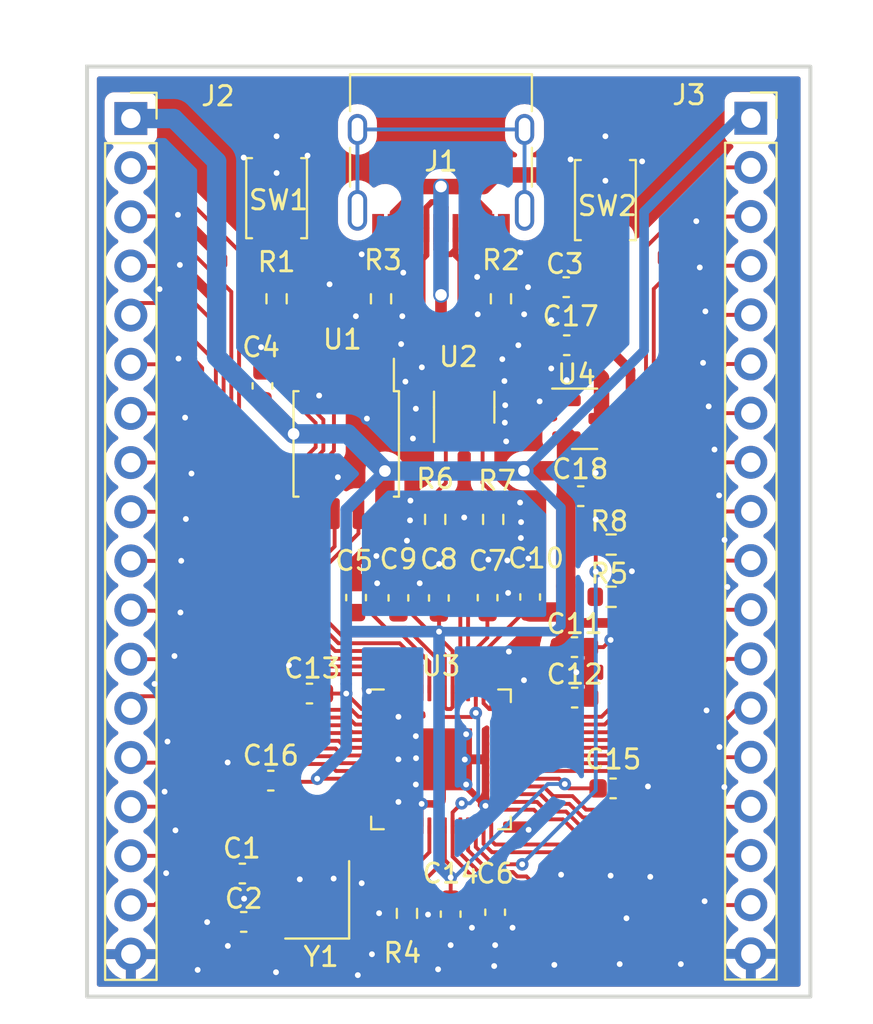
<source format=kicad_pcb>
(kicad_pcb (version 20211014) (generator pcbnew)
  (layers (0 "F.Cu" signal) (31 "B.Cu" signal) (34 "B.Paste" user) (35 "F.Paste" user) (36 "B.SilkS" user "B.Silkscreen") (37 "F.SilkS" user "F.Silkscreen") (38 "B.Mask" user) (39 "F.Mask" user) (44 "Edge.Cuts" user))
  (net 0 "")
  (net 1 "XIN")
  (net 2 "GND")
  (net 3 "+5V")
  (net 4 "+3V3")
  (net 5 "+1V1")
  (net 6 "D+")
  (net 7 "D-")
  (net 10 "unconnected-(J1-PadS1)")
  (net 11 "/GPIO0")
  (net 12 "/GPIO1")
  (net 13 "/GPIO2")
  (net 14 "/GPIO3")
  (net 15 "/GPIO4")
  (net 16 "/GPIO5")
  (net 17 "/GPIO6")
  (net 18 "/GPIO7")
  (net 19 "/GPIO8")
  (net 20 "/GPIO9")
  (net 21 "/GPIO10")
  (net 22 "/GPIO11")
  (net 23 "/GPIO12")
  (net 24 "/GPIO13")
  (net 25 "/GPIO14")
  (net 26 "/GPIO15")
  (net 27 "/GPIO16")
  (net 28 "/GPIO17")
  (net 29 "/GPIO18")
  (net 30 "/GPIO19")
  (net 31 "/GPIO20")
  (net 32 "/GPIO21")
  (net 33 "/GPIO22")
  (net 34 "/GPIO23")
  (net 35 "/GPIO24")
  (net 36 "/GPIO25")
  (net 37 "/GPIO26")
  (net 38 "/GPIO27")
  (net 39 "/GPIO28")
  (net 40 "/GPIO29")
  (net 41 "SWD")
  (net 42 "SWCLK")
  (net 43 "/BOOT")
  (net 44 "QSPI_SS")
  (net 45 "XOUT")
  (net 46 "USB_DP")
  (net 47 "QSPI_SD1")
  (net 48 "QSPI_SD2")
  (net 49 "QSPI_SD0")
  (net 50 "QSPI_SCLK")
  (net 51 "QSPI_SD3")
  (net 52 "/DP")
  (net 53 "USB_DN")
  (net 54 "/DN")
  (net 55 "/CC1")
  (net 56 "/CC2")
  (net 57 "RUN")
  (net 58 "/RESET")
  (net 59 "/CrysOut")
  (footprint "Capacitor_SMD:C_0603_1608Metric" (layer "F.Cu") (at 134.81 47.04 -90)
    (fp_text reference "C5")
    (fp_text value "1uF")
  )
  (footprint "Capacitor_SMD:C_0603_1608Metric" (layer "F.Cu") (at 141.61 47.045 -90)
    (fp_text reference "C7")
    (fp_text value "1uF")
  )
  (footprint "Package_TO_SOT_SMD:SOT-23" (layer "F.Cu") (at 146.625 37.8)
    (fp_text reference "U4")
    (fp_text value "XC6206PxxxMR")
  )
  (footprint "Capacitor_SMD:C_0603_1608Metric" (layer "F.Cu") (at 146.1 49.6 180)
    (fp_text reference "C11")
    (fp_text value "1uF")
  )
  (footprint "Capacitor_SMD:C_0603_1608Metric" (layer "F.Cu") (at 130.4 56.5)
    (fp_text reference "C16")
    (fp_text value "1uF")
  )
  (footprint "Capacitor_SMD:C_0603_1608Metric" (layer "F.Cu") (at 137 47.055 -90)
    (fp_text reference "C9")
    (fp_text value "1uF")
  )
  (footprint "Resistor_SMD:R_0603_1608Metric" (layer "F.Cu") (at 130.7 31.6 -90)
    (fp_text reference "R1")
    (fp_text value "1k")
  )
  (footprint "Capacitor_SMD:C_0603_1608Metric" (layer "F.Cu") (at 129 63.8 180)
    (fp_text reference "C2")
    (fp_text value "22pF")
  )
  (footprint "Capacitor_SMD:C_0603_1608Metric" (layer "F.Cu") (at 139.09 47.06 -90)
    (fp_text reference "C8")
    (fp_text value "1uF")
  )
  (footprint "Connector_PinSocket_2.54mm:PinSocket_1x18_P2.54mm_Vertical" (layer "F.Cu") (at 123.165 22.285)
    (fp_text reference "J2")
    (fp_text value "Conn_01x18")
  )
  (footprint "Package_TO_SOT_SMD:SOT-23-6" (layer "F.Cu") (at 140.4 37.2 90)
    (fp_text reference "U2")
    (fp_text value "USBLC6-2SC6")
  )
  (footprint "Button_Switch_SMD:SW_Push_SPST_NO_Alps_SKRK" (layer "F.Cu") (at 147.7 26.5 -90)
    (fp_text reference "SW2")
    (fp_text value "SW_Push")
  )
  (footprint "Resistor_SMD:R_0603_1608Metric" (layer "F.Cu") (at 148 44.3 180)
    (fp_text reference "R8")
    (fp_text value "1k")
  )
  (footprint "Capacitor_SMD:C_0603_1608Metric" (layer "F.Cu") (at 128.93 61.3 180)
    (fp_text reference "C1")
    (fp_text value "22pF")
  )
  (footprint "Capacitor_SMD:C_0603_1608Metric" (layer "F.Cu") (at 146.11 52.21 180)
    (fp_text reference "C12")
    (fp_text value "1uF")
  )
  (footprint "Crystal:Crystal_SMD_3225-4Pin_3.2x2.5mm" (layer "F.Cu") (at 132.8 62.66 90)
    (fp_text reference "Y1")
    (fp_text value "Crystal_GND23")
  )
  (footprint "Capacitor_SMD:C_0603_1608Metric" (layer "F.Cu") (at 143.81 47.01 -90)
    (fp_text reference "C10")
    (fp_text value "1uF")
  )
  (footprint "Resistor_SMD:R_0603_1608Metric" (layer "F.Cu") (at 138.9 43 -90)
    (fp_text reference "R6")
    (fp_text value "27")
  )
  (footprint "Capacitor_SMD:C_0603_1608Metric" (layer "F.Cu") (at 142 63.3 90)
    (fp_text reference "C6")
    (fp_text value "1uF")
  )
  (footprint "Package_DFN_QFN:QFN-56-1EP_7x7mm_P0.4mm_EP3.2x3.2mm" (layer "F.Cu") (at 139.2 55.4)
    (fp_text reference "U3")
    (fp_text value "RP2040")
  )
  (footprint "Resistor_SMD:R_0603_1608Metric" (layer "F.Cu") (at 148 47)
    (fp_text reference "R5")
    (fp_text value "1k")
  )
  (footprint "Resistor_SMD:R_0603_1608Metric" (layer "F.Cu") (at 141.9 43 -90)
    (fp_text reference "R7")
    (fp_text value "27")
  )
  (footprint "Capacitor_SMD:C_0603_1608Metric" (layer "F.Cu") (at 129.97 36.1 -90)
    (fp_text reference "C4")
    (fp_text value "1uF")
  )
  (footprint "Package_SO:SOIC-8_5.23x5.23mm_P1.27mm" (layer "F.Cu") (at 134.3 39.1 -90)
    (fp_text reference "U1")
    (fp_text value "W25Q128JVS")
  )
  (footprint "Resistor_SMD:R_0603_1608Metric" (layer "F.Cu") (at 136.1 31.6 -90)
    (fp_text reference "R3")
    (fp_text value "5k1")
  )
  (footprint "Connector_PinSocket_2.54mm:PinSocket_1x18_P2.54mm_Vertical" (layer "F.Cu") (at 155.22 22.27)
    (fp_text reference "J3")
    (fp_text value "Conn_01x18")
  )
  (footprint "Capacitor_SMD:C_0603_1608Metric" (layer "F.Cu") (at 146.425 41.8 180)
    (fp_text reference "C18")
    (fp_text value "1uF")
  )
  (footprint "Capacitor_SMD:C_0603_1608Metric" (layer "F.Cu") (at 145.7 34)
    (fp_text reference "C17")
    (fp_text value "1uF")
  )
  (footprint "Capacitor_SMD:C_0603_1608Metric" (layer "F.Cu") (at 145.675 31)
    (fp_text reference "C3")
    (fp_text value "10uF")
  )
  (footprint "Button_Switch_SMD:SW_Push_SPST_NO_Alps_SKRK" (layer "F.Cu") (at 130.7 26.4 -90)
    (fp_text reference "SW1")
    (fp_text value "SW_Push")
  )
  (footprint "Resistor_SMD:R_0603_1608Metric" (layer "F.Cu") (at 137.44 63.36 90)
    (fp_text reference "R4")
    (fp_text value "1k")
  )
  (footprint "Capacitor_SMD:C_0603_1608Metric" (layer "F.Cu") (at 139.7 63.4 90)
    (fp_text reference "C14")
    (fp_text value "1uF")
  )
  (footprint "Resistor_SMD:R_0603_1608Metric" (layer "F.Cu") (at 142.3 31.6 90)
    (fp_text reference "R2")
    (fp_text value "5k1")
  )
  (footprint "Connector_USB:USB_C_Receptacle_HRO_TYPE-C-31-M-12" (layer "F.Cu") (at 139.2 23.9 180)
    (fp_text reference "J1")
    (fp_text value "USB_C_Receptacle_USB2.0")
  )
  (footprint "Capacitor_SMD:C_0603_1608Metric" (layer "F.Cu") (at 132.4 52)
    (fp_text reference "C13")
    (fp_text value "1uF")
  )
  (footprint "Capacitor_SMD:C_0603_1608Metric" (layer "F.Cu") (at 148.1 56.9 180)
    (fp_text reference "C15")
    (fp_text value "1uF")
  )
  (gr_rect (start 120.9 19.6) (end 158.3 67.66) (layer "Edge.Cuts") (width 0.2) (fill none))
  (segment (start 130.44 61.3) (end 129.705 61.3) (width 0.2) (layer "F.Cu") (net 1))
  (segment (start 133.31 62.58) (end 132.31 62.58) (width 0.2) (layer "F.Cu") (net 1))
  (segment (start 132.31 62.58) (end 131.95 62.94) (width 0.2) (layer "F.Cu") (net 1))
  (segment (start 137.4 61.4) (end 136.76 61.4) (width 0.2) (layer "F.Cu") (net 1))
  (segment (start 133.31 62.58) (end 130.98 62.58) (width 0.2) (layer "F.Cu") (net 1))
  (segment (start 135.58 62.58) (end 133.31 62.58) (width 0.2) (layer "F.Cu") (net 1))
  (segment (start 138.6 58.8375) (end 138.6 60.2) (width 0.2) (layer "F.Cu") (net 1))
  (segment (start 130.77 61.63) (end 130.44 61.3) (width 0.2) (layer "F.Cu") (net 1))
  (segment (start 136.76 61.4) (end 135.58 62.58) (width 0.2) (layer "F.Cu") (net 1))
  (segment (start 130.98 62.58) (end 130.77 62.37) (width 0.2) (layer "F.Cu") (net 1))
  (segment (start 131.95 62.94) (end 131.95 63.76) (width 0.2) (layer "F.Cu") (net 1))
  (segment (start 130.77 62.37) (end 130.77 61.63) (width 0.2) (layer "F.Cu") (net 1))
  (segment (start 138.6 60.2) (end 137.4 61.4) (width 0.2) (layer "F.Cu") (net 1))
  (segment (start 140.5 56.8) (end 141.5 57.8) (width 0.35) (layer "F.Cu") (net 2))
  (segment (start 146.2 50.9) (end 146.885 51.585) (width 0.35) (layer "F.Cu") (net 2))
  (segment (start 140.4 42.9) (end 140.4 38.3375) (width 0.2) (layer "F.Cu") (net 2))
  (segment (start 137.9 54.2) (end 137.9 54.1) (width 0.35) (layer "F.Cu") (net 2))
  (segment (start 148.975 56.8) (end 148.875 56.9) (width 0.35) (layer "F.Cu") (net 2))
  (segment (start 142.45 28.92) (end 142.45 27.945) (width 0.35) (layer "F.Cu") (net 2))
  (segment (start 137.9 56.7) (end 137 57.6) (width 0.35) (layer "F.Cu") (net 2))
  (segment (start 137.9 54.2) (end 137.9 54.5) (width 0.35) (layer "F.Cu") (net 2))
  (segment (start 135.57 29.3) (end 135.95 28.92) (width 0.35) (layer "F.Cu") (net 2))
  (segment (start 135.865 46.265) (end 135.9 46.3) (width 0.35) (layer "F.Cu") (net 2))
  (segment (start 135.1 29.3) (end 135.57 29.3) (width 0.35) (layer "F.Cu") (net 2))
  (segment (start 133.89 61.8) (end 133.65 61.56) (width 0.35) (layer "F.Cu") (net 2))
  (segment (start 128.76 56.5) (end 129.625 56.5) (width 0.35) (layer "F.Cu") (net 2))
  (segment (start 142.3 33.8) (end 142.3 32.425) (width 0.2) (layer "F.Cu") (net 2))
  (segment (start 137.9 54.5) (end 137 55.4) (width 0.35) (layer "F.Cu") (net 2))
  (segment (start 138.1 46.3) (end 137.275 46.3) (width 0.35) (layer "F.Cu") (net 2))
  (segment (start 132.9 36.6) (end 132.9 36.005) (width 0.35) (layer "F.Cu") (net 2))
  (segment (start 137.9 54.1) (end 137 53.2) (width 0.35) (layer "F.Cu") (net 2))
  (segment (start 139.025 46.3) (end 139.1 46.225) (width 0.35) (layer "F.Cu") (net 2))
  (segment (start 147.97 49.23) (end 147.6 49.6) (width 0.2) (layer "F.Cu") (net 2))
  (segment (start 140.5 56.7) (end 140.5 56.8) (width 0.35) (layer "F.Cu") (net 2))
  (segment (start 135.95 28.92) (end 135.95 27.945) (width 0.35) (layer "F.Cu") (net 2))
  (segment (start 128.17 55.91) (end 128.76 56.5) (width 0.35) (layer "F.Cu") (net 2))
  (segment (start 142.5 34) (end 142.3 33.8) (width 0.2) (layer "F.Cu") (net 2))
  (segment (start 136.725 46.3) (end 137 46.025) (width 0.35) (layer "F.Cu") (net 2))
  (segment (start 146.875 49.6) (end 146.875 50.225) (width 0.35) (layer "F.Cu") (net 2))
  (segment (start 128.17 55.56) (end 128.17 55.91) (width 0.35) (layer "F.Cu") (net 2))
  (segment (start 132.9 36.005) (end 132.395 35.5) (width 0.35) (layer "F.Cu") (net 2))
  (segment (start 142.73 29.2) (end 142.45 28.92) (width 0.35) (layer "F.Cu") (net 2))
  (segment (start 143.2 34) (end 142.5 34) (width 0.2) (layer "F.Cu") (net 2))
  (segment (start 134.81 46.265) (end 135.865 46.265) (width 0.35) (layer "F.Cu") (net 2))
  (segment (start 143.2 34) (end 144.925 34) (width 0.2) (layer "F.Cu") (net 2))
  (segment (start 146.885 51.585) (end 146.885 52.21) (width 0.35) (layer "F.Cu") (net 2))
  (segment (start 138.1 46.3) (end 139.025 46.3) (width 0.35) (layer "F.Cu") (net 2))
  (segment (start 146.875 50.225) (end 146.2 50.9) (width 0.35) (layer "F.Cu") (net 2))
  (segment (start 135.9 46.3) (end 136.725 46.3) (width 0.35) (layer "F.Cu") (net 2))
  (segment (start 137.275 46.3) (end 137 46.025) (width 0.35) (layer "F.Cu") (net 2))
  (segment (start 149.9 56.8) (end 148.975 56.8) (width 0.35) (layer "F.Cu") (net 2))
  (segment (start 135.1 61.8) (end 133.89 61.8) (width 0.35) (layer "F.Cu") (net 2))
  (segment (start 146.885 52.21) (end 147.065 52.21) (width 0.35) (layer "F.Cu") (net 2))
  (segment (start 138.2 57.7) (end 138.2 58.8375) (width 0.2) (layer "F.Cu") (net 2))
  (segment (start 143.3 29.2) (end 142.73 29.2) (width 0.35) (layer "F.Cu") (net 2))
  (segment (start 147.6 49.6) (end 146.875 49.6) (width 0.2) (layer "F.Cu") (net 2))
  (via (at 142.37 34.72) (size 0.65) (drill 0.3) (layers "F.Cu" "B.Cu") (net 2))
  (via (at 152.93 52.87) (size 0.65) (drill 0.3) (layers "F.Cu" "B.Cu") (net 2))
  (via (at 139.1 45.3) (size 0.65) (drill 0.3) (layers "F.Cu" "B.Cu") (net 2))
  (via (at 153.58 41.76) (size 0.65) (drill 0.3) (layers "F.Cu" "B.Cu") (net 2))
  (via (at 137.62 42.03) (size 0.65) (drill 0.3) (layers "F.Cu" "B.Cu") (net 2))
  (via (at 134.9 66.55) (size 0.65) (drill 0.3) (layers "F.Cu" "B.Cu") (net 2))
  (via (at 139.7 65) (size 0.65) (drill 0.3) (layers "F.Cu" "B.Cu") (net 2))
  (via (at 148.44 65.98) (size 0.65) (drill 0.3) (layers "F.Cu" "B.Cu") (net 2))
  (via (at 141.07 30.47) (size 0.65) (drill 0.3) (layers "F.Cu" "B.Cu") (net 2))
  (via (at 153.34 39.39) (size 0.65) (drill 0.3) (layers "F.Cu" "B.Cu") (net 2))
  (via (at 151.6 65.98) (size 0.65) (drill 0.3) (layers "F.Cu" "B.Cu") (net 2))
  (via (at 152.75 34.91) (size 0.65) (drill 0.3) (layers "F.Cu" "B.Cu") (net 2))
  (via (at 141.65 45.08) (size 0.65) (drill 0.3) (layers "F.Cu" "B.Cu") (net 2))
  (via (at 153.596954 54.761719) (size 0.65) (drill 0.3) (layers "F.Cu" "B.Cu") (net 2))
  (via (at 142.5 38) (size 0.65) (drill 0.3) (layers "F.Cu" "B.Cu") (net 2))
  (via (at 124.91 57.07) (size 0.65) (drill 0.3) (layers "F.Cu" "B.Cu") (net 2))
  (via (at 143.3 29.2) (size 0.65) (drill 0.3) (layers "F.Cu" "B.Cu") (net 2))
  (via (at 125.06 54.48) (size 0.65) (drill 0.3) (layers "F.Cu" "B.Cu") (net 2))
  (via (at 152.4 27.59) (size 0.65) (drill 0.3) (layers "F.Cu" "B.Cu") (net 2))
  (via (at 125.42 50.06) (size 0.65) (drill 0.3) (layers "F.Cu" "B.Cu") (net 2))
  (via (at 127.11 63.81) (size 0.65) (drill 0.3) (layers "F.Cu" "B.Cu") (net 2))
  (via (at 137.6 43.05) (size 0.65) (drill 0.3) (layers "F.Cu" "B.Cu") (net 2))
  (via (at 132.3 24.2) (size 0.65) (drill 0.3) (layers "F.Cu" "B.Cu") (net 2))
  (via (at 141.1 32.4) (size 0.65) (drill 0.3) (layers "F.Cu" "B.Cu") (net 2))
  (via (at 137 53.2) (size 0.65) (drill 0.3) (layers "F.Cu" "B.Cu") (net 2))
  (via (at 152.58 29.98) (size 0.65) (drill 0.3) (layers "F.Cu" "B.Cu") (net 2))
  (via (at 125.77 45.14) (size 0.65) (drill 0.3) (layers "F.Cu" "B.Cu") (net 2))
  (via (at 149.07 45.68) (size 0.65) (drill 0.3) (layers "F.Cu" "B.Cu") (net 2))
  (via (at 126.62 66.28) (size 0.65) (drill 0.3) (layers "F.Cu" "B.Cu") (net 2))
  (via (at 144.9 32.7) (size 0.65) (drill 0.3) (layers "F.Cu" "B.Cu") (net 2))
  (via (at 142 65) (size 0.65) (drill 0.3) (layers "F.Cu" "B.Cu") (net 2))
  (via (at 137.14 33.94) (size 0.65) (drill 0.3) (layers "F.Cu" "B.Cu") (net 2))
  (via (at 144.9 35.2) (size 0.65) (drill 0.3) (layers "F.Cu" "B.Cu") (net 2))
  (via (at 125.471161 59.067643) (size 0.65) (drill 0.3) (layers "F.Cu" "B.Cu") (net 2))
  (via (at 137.75 38.82) (size 0.65) (drill 0.3) (layers "F.Cu" "B.Cu") (net 2))
  (via (at 137.9 37.28) (size 0.65) (drill 0.3) (layers "F.Cu" "B.Cu") (net 2))
  (via (at 124.99 61.28) (size 0.65) (drill 0.3) (layers "F.Cu" "B.Cu") (net 2))
  (via (at 143.2 34) (size 0.65) (drill 0.3) (layers "F.Cu" "B.Cu") (net 2))
  (via (at 137.9 56.7) (size 0.65) (drill 0.3) (layers "F.Cu" "B.Cu") (net 2))
  (via (at 140.4 42.9) (size 0.65) (drill 0.3) (layers "F.Cu" "B.Cu") (net 2))
  (via (at 143.33 43.96) (size 0.65) (drill 0.3) (layers "F.Cu" "B.Cu") (net 2))
  (via (at 135.9 46.3) (size 0.65) (drill 0.3) (layers "F.Cu" "B.Cu") (net 2))
  (via (at 124.65 31.1) (size 0.65) (drill 0.3) (layers "F.Cu" "B.Cu") (net 2))
  (via (at 129.9 34.1) (size 0.65) (drill 0.3) (layers "F.Cu" "B.Cu") (net 2))
  (via (at 146.2 50.9) (size 0.65) (drill 0.3) (layers "F.Cu" "B.Cu") (net 2))
  (via (at 133.65 61.56) (size 0.65) (drill 0.3) (layers "F.Cu" "B.Cu") (net 2))
  (via (at 138.21 35.14) (size 0.65) (drill 0.3) (layers "F.Cu" "B.Cu") (net 2))
  (via (at 129.02 62.6) (size 0.65) (drill 0.3) (layers "F.Cu" "B.Cu") (net 2))
  (via (at 147.7 23.2) (size 0.65) (drill 0.3) (layers "F.Cu" "B.Cu") (net 2))
  (via (at 147.97 61.41) (size 0.65) (drill 0.3) (layers "F.Cu" "B.Cu") (net 2))
  (via (at 152.83 62.73) (size 0.65) (drill 0.3) (layers "F.Cu" "B.Cu") (net 2))
  (via (at 147.2 40.6) (size 0.65) (drill 0.3) (layers "F.Cu" "B.Cu") (net 2))
  (via (at 137.25 30.25) (size 0.65) (drill 0.3) (layers "F.Cu" "B.Cu") (net 2))
  (via (at 145.7 35.8) (size 0.65) (drill 0.3) (layers "F.Cu" "B.Cu") (net 2))
  (via (at 143.73 59.04) (size 0.65) (drill 0.3) (layers "F.Cu" "B.Cu") (net 2))
  (via (at 149.6 24.5) (size 0.65) (drill 0.3) (layers "F.Cu" "B.Cu") (net 2))
  (via (at 125.97 37.74) (size 0.65) (drill 0.3) (layers "F.Cu" "B.Cu") (net 2))
  (via (at 138.53 63.42) (size 0.65) (drill 0.3) (layers "F.Cu" "B.Cu") (net 2))
  (via (at 125.6 27.26) (size 0.65) (drill 0.3) (layers "F.Cu" "B.Cu") (net 2))
  (via (at 147.7 25.5) (size 0.65) (drill 0.3) (layers "F.Cu" "B.Cu") (net 2))
  (via (at 145.06 66.02) (size 0.65) (drill 0.3) (layers "F.Cu" "B.Cu") (net 2))
  (via (at 142.67 46.8) (size 0.65) (drill 0.3) (layers "F.Cu" "B.Cu") (net 2))
  (via (at 142.63 45.12) (size 0.65) (drill 0.3) (layers "F.Cu" "B.Cu") (net 2))
  (via (at 134.8 32.5) (size 0.65) (drill 0.3) (layers "F.Cu" "B.Cu") (net 2))
  (via (at 148.79 63.61) (size 0.65) (drill 0.3) (layers "F.Cu" "B.Cu") (net 2))
  (via (at 141.5 57.8) (size 0.65) (drill 0.3) (layers "F.Cu" "B.Cu") (net 2))
  (via (at 153.85 56.83) (size 0.65) (drill 0.3) (layers "F.Cu" "B.Cu") (net 2))
  (via (at 144.3 36.9) (size 0.65) (drill 0.3) (layers "F.Cu" "B.Cu") (net 2))
  (via (at 137 55.4) (size 0.65) (drill 0.3) (layers "F.Cu" "B.Cu") (net 2))
  (via (at 140.5 56.7) (size 0.65) (drill 0.3) (layers "F.Cu" "B.Cu") (net 2))
  (via (at 133.87 40.82) (size 0.65) (drill 0.3) (layers "F.Cu" "B.Cu") (net 2))
  (via (at 153.86 44.06) (size 0.65) (drill 0.3) (layers "F.Cu" "B.Cu") (net 2))
  (via (at 133.44 30.85) (size 0.65) (drill 0.3) (layers "F.Cu" "B.Cu") (net 2))
  (via (at 143.7 31) (size 0.65) (drill 0.3) (layers "F.Cu" "B.Cu") (net 2))
  (via (at 149.9 56.8) (size 0.65) (drill 0.3) (layers "F.Cu" "B.Cu") (net 2))
  (via (at 154.01 46.49) (size 0.65) (drill 0.3) (layers "F.Cu" "B.Cu") (net 2))
  (via (at 138.1 46.3) (size 0.65) (drill 0.3) (layers "F.Cu" "B.Cu") (net 2))
  (via (at 124.39 51.5) (size 0.65) (drill 0.3) (layers "F.Cu" "B.Cu") (net 2))
  (via (at 140.8 64.1) (size 0.65) (drill 0.3) (layers "F.Cu" "B.Cu") (net 2))
  (via (at 137.9 54.2) (size 0.65) (drill 0.3) (layers "F.Cu" "B.Cu") (net 2))
  (via (at 128.18 65.04) (size 0.65) (drill 0.3) (layers "F.Cu" "B.Cu") (net 2))
  (via (at 143.29 42.13) (size 0.65) (drill 0.3) (layers "F.Cu" "B.Cu") (net 2))
  (via (at 138.2 57.7) (size 0.65) (drill 0.3) (layers "F.Cu" "B.Cu") (net 2))
  (via (at 135.1 61.8) (size 0.65) (drill 0.3) (layers "F.Cu" "B.Cu") (net 2))
  (via (at 142.52 37.1) (size 0.65) (drill 0.3) (layers "F.Cu" "B.Cu") (net 2))
  (via (at 137 57.6) (size 0.65) (drill 0.3) (layers "F.Cu" "B.Cu") (net 2))
  (via (at 137.91 55.34) (size 0.65) (drill 0.3) (layers "F.Cu" "B.Cu") (net 2))
  (via (at 126.01 42.98) (size 0.65) (drill 0.3) (layers "F.Cu" "B.Cu") (net 2))
  (via (at 147.97 49.23) (size 0.65) (drill 0.3) (layers "F.Cu" "B.Cu") (net 2))
  (via (at 131.9 61.6) (size 0.65) (drill 0.3) (layers "F.Cu" "B.Cu") (net 2))
  (via (at 139.05 66.25) (size 0.65) (drill 0.3) (layers "F.Cu" "B.Cu") (net 2))
  (via (at 145.9 24.4) (size 0.65) (drill 0.3) (layers "F.Cu" "B.Cu") (net 2))
  (via (at 137.44 44.1) (size 0.65) (drill 0.3) (layers "F.Cu" "B.Cu") (net 2))
  (via (at 126.3 40.63) (size 0.65) (drill 0.3) (layers "F.Cu" "B.Cu") (net 2))
  (via (at 135.37 37.79) (size 0.65) (drill 0.3) (layers "F.Cu" "B.Cu") (net 2))
  (via (at 131.34 50.54) (size 0.65) (drill 0.3) (layers "F.Cu" "B.Cu") (net 2))
  (via (at 152.87 32.25) (size 0.65) (drill 0.3) (layers "F.Cu" "B.Cu") (net 2))
  (via (at 142.71 49.83) (size 0.65) (drill 0.3) (layers "F.Cu" "B.Cu") (net 2))
  (via (at 130.7 25.1) (size 0.65) (drill 0.3) (layers "F.Cu" "B.Cu") (net 2))
  (via (at 140.43 55.41) (size 0.65) (drill 0.3) (layers "F.Cu" "B.Cu") (net 2))
  (via (at 125.73 47.81) (size 0.65) (drill 0.3) (layers "F.Cu" "B.Cu") (net 2))
  (via (at 130.7 23.2) (size 0.65) (drill 0.3) (layers "F.Cu" "B.Cu") (net 2))
  (via (at 141.95 66.08) (size 0.65) (drill 0.3) (layers "F.Cu" "B.Cu") (net 2))
  (via (at 143.49 51.31) (size 0.65) (drill 0.3) (layers "F.Cu" "B.Cu") (net 2))
  (via (at 153.04 37.16) (size 0.65) (drill 0.3) (layers "F.Cu" "B.Cu") (net 2))
  (via (at 150.02 61.47) (size 0.65) (drill 0.3) (layers "F.Cu" "B.Cu") (net 2))
  (via (at 135.47 51.88) (size 0.65) (drill 0.3) (layers "F.Cu" "B.Cu") (net 2))
  (via (at 135.86 44.89) (size 0.65) (drill 0.3) (layers "F.Cu" "B.Cu") (net 2))
  (via (at 142.57 38.97) (size 0.65) (drill 0.3) (layers "F.Cu" "B.Cu") (net 2))
  (via (at 128.17 55.56) (size 0.65) (drill 0.3) (layers "F.Cu" "B.Cu") (net 2))
  (via (at 145.41 61.36) (size 0.65) (drill 0.3) (layers "F.Cu" "B.Cu") (net 2))
  (via (at 137.36 35.88) (size 0.65) (drill 0.3) (layers "F.Cu" "B.Cu") (net 2))
  (via (at 137.2 32.5) (size 0.65) (drill 0.3) (layers "F.Cu" "B.Cu") (net 2))
  (via (at 125.63 34.69) (size 0.65) (drill 0.3) (layers "F.Cu" "B.Cu") (net 2))
  (via (at 130.67 66.4) (size 0.65) (drill 0.3) (layers "F.Cu" "B.Cu") (net 2))
  (via (at 125.7 29.85) (size 0.65) (drill 0.3) (layers "F.Cu" "B.Cu") (net 2))
  (via (at 142.9 64.1) (size 0.65) (drill 0.3) (layers "F.Cu" "B.Cu") (net 2))
  (via (at 135.1 29.3) (size 0.65) (drill 0.3) (layers "F.Cu" "B.Cu") (net 2))
  (via (at 136 63.35) (size 0.65) (drill 0.3) (layers "F.Cu" "B.Cu") (net 2))
  (via (at 132.9 36.6) (size 0.65) (drill 0.3) (layers "F.Cu" "B.Cu") (net 2))
  (via (at 129 24.3) (size 0.65) (drill 0.3) (layers "F.Cu" "B.Cu") (net 2))
  (via (at 147.2 43) (size 0.65) (drill 0.3) (layers "F.Cu" "B.Cu") (net 2))
  (via (at 143.5 32.4) (size 0.65) (drill 0.3) (layers "F.Cu" "B.Cu") (net 2))
  (via (at 142.48 35.85) (size 0.65) (drill 0.3) (layers "F.Cu" "B.Cu") (net 2))
  (via (at 140.5 54.1) (size 0.65) (drill 0.3) (layers "F.Cu" "B.Cu") (net 2))
  (via (at 143.72 45.02) (size 0.65) (drill 0.3) (layers "F.Cu" "B.Cu") (net 2))
  (via (at 143.34 43.14) (size 0.65) (drill 0.3) (layers "F.Cu" "B.Cu") (net 2))
  (via (at 135.63 65.47) (size 0.65) (drill 0.3) (layers "F.Cu" "B.Cu") (net 2))
  (segment (start 134.8 37.22) (end 135.37 37.79) (width 0.35) (layer "B.Cu") (net 2))
  (segment (start 134.18 36.6) (end 135.37 37.79) (width 0.35) (layer "B.Cu") (net 2))
  (segment (start 134.8 32.5) (end 134.8 37.22) (width 0.35) (layer "B.Cu") (net 2))
  (segment (start 132.9 36.6) (end 134.18 36.6) (width 0.35) (layer "B.Cu") (net 2))
  (segment (start 135.1 64.94) (end 135.63 65.47) (width 0.35) (layer "B.Cu") (net 2))
  (segment (start 135.1 59.5) (end 135.1 61.8) (width 0.35) (layer "B.Cu") (net 2))
  (segment (start 137 57.6) (end 135.1 59.5) (width 0.35) (layer "B.Cu") (net 2))
  (segment (start 135.1 61.8) (end 135.1 64.94) (width 0.35) (layer "B.Cu") (net 2))
  (segment (start 145.3 29.1) (end 146.45 30.25) (width 0.8) (layer "F.Cu") (net 3))
  (segment (start 140.293982 25.8) (end 140 25.8) (width 0.4) (layer "F.Cu") (net 3))
  (segment (start 136.75 27.945) (end 136.75 27.17) (width 0.4) (layer "F.Cu") (net 3))
  (segment (start 147.5 37.7375) (end 147.5625 37.8) (width 0.8) (layer "F.Cu") (net 3))
  (segment (start 141.65 27.156018) (end 141.65 27.945) (width 0.4) (layer "F.Cu") (net 3))
  (segment (start 139.2005 33.5005) (end 140.4 34.7) (width 0.6) (layer "F.Cu") (net 3))
  (segment (start 142 25.2) (end 144.7 25.2) (width 0.8) (layer "F.Cu") (net 3))
  (segment (start 146.475 34.675) (end 147.5 35.7) (width 0.8) (layer "F.Cu") (net 3))
  (segment (start 144.7 25.2) (end 145.3 25.8) (width 0.8) (layer "F.Cu") (net 3))
  (segment (start 145.3 25.8) (end 145.3 29.1) (width 0.8) (layer "F.Cu") (net 3))
  (segment (start 146.45 33.975) (end 146.475 34) (width 0.8) (layer "F.Cu") (net 3))
  (segment (start 140.4 34.7) (end 140.4 36.0625) (width 0.6) (layer "F.Cu") (net 3))
  (segment (start 147.5 35.7) (end 147.5 37.7375) (width 0.8) (layer "F.Cu") (net 3))
  (segment (start 136.75 27.17) (end 138.12 25.8) (width 0.4) (layer "F.Cu") (net 3))
  (segment (start 140 25.8) (end 141.4 25.8) (width 0.8) (layer "F.Cu") (net 3))
  (segment (start 141.65 27.156018) (end 140.293982 25.8) (width 0.4) (layer "F.Cu") (net 3))
  (segment (start 141.4 25.8) (end 142 25.2) (width 0.8) (layer "F.Cu") (net 3))
  (segment (start 146.45 31) (end 146.45 33.975) (width 0.8) (layer "F.Cu") (net 3))
  (segment (start 146.475 34) (end 146.475 34.675) (width 0.8) (layer "F.Cu") (net 3))
  (segment (start 138.12 25.8) (end 140 25.8) (width 0.8) (layer "F.Cu") (net 3))
  (segment (start 146.45 30.25) (end 146.45 31) (width 0.8) (layer "F.Cu") (net 3))
  (segment (start 139.2005 31.4) (end 139.2005 33.5005) (width 0.6) (layer "F.Cu") (net 3))
  (via (at 139.2 25.8) (size 0.8) (drill 0.6) (layers "F.Cu" "B.Cu") (net 3))
  (via (at 139.2005 31.4) (size 0.8) (drill 0.6) (layers "F.Cu" "B.Cu") (net 3))
  (segment (start 139.2 31.3995) (end 139.2005 31.4) (width 0.7) (layer "B.Cu") (net 3))
  (segment (start 139.2 25.8) (end 139.2 31.3995) (width 0.8) (layer "B.Cu") (net 3))
  (segment (start 143.4875 40.4875) (end 145.6875 40.4875) (width 1) (layer "F.Cu") (net 4))
  (segment (start 144.1 52.2) (end 145.525 52.2) (width 0.2) (layer "F.Cu") (net 4))
  (segment (start 145.325 50.005) (end 145.325 49.6) (width 0.2) (layer "F.Cu") (net 4))
  (segment (start 136.3 40.5) (end 136.3 42.605) (width 1) (layer "F.Cu") (net 4))
  (segment (start 132.64 56.56) (end 131.235 56.56) (width 0.2) (layer "F.Cu") (net 4))
  (segment (start 139 49.58) (end 139 48.9) (width 0.2) (layer "F.Cu") (net 4))
  (segment (start 139.1 49.1) (end 139.1 48.8) (width 0.2) (layer "F.Cu") (net 4))
  (segment (start 144.88 50.45) (end 145.325 50.005) (width 0.2) (layer "F.Cu") (net 4))
  (segment (start 145.65 49.275) (end 145.525 49.4) (width 1) (layer "F.Cu") (net 4))
  (segment (start 139.4 52.7) (end 139.5 52.8) (width 0.2) (layer "F.Cu") (net 4))
  (segment (start 141.4 51.9625) (end 141.4 52.5) (width 0.2) (layer "F.Cu") (net 4))
  (segment (start 139 48.9) (end 139.1 48.8) (width 0.2) (layer "F.Cu") (net 4))
  (segment (start 138.6 48.8) (end 138.21 48.41) (width 0.2) (layer "F.Cu") (net 4))
  (segment (start 132.8 56.4) (end 132.64 56.56) (width 0.2) (layer "F.Cu") (net 4))
  (segment (start 142.6375 56.4) (end 145.3 56.4) (width 0.2) (layer "F.Cu") (net 4))
  (segment (start 139.4 49.98) (end 139 49.58) (width 0.2) (layer "F.Cu") (net 4))
  (segment (start 135.7625 52.8) (end 135.1 52.8) (width 0.2) (layer "F.Cu") (net 4))
  (segment (start 145.65 49.275) (end 145.325 49.6) (width 1) (layer "F.Cu") (net 4))
  (segment (start 138.21 48.41) (end 137.63 47.83) (width 0.2) (layer "F.Cu") (net 4))
  (segment (start 139.7 60.894115) (end 139.7 61.5) (width 0.2) (layer "F.Cu") (net 4))
  (segment (start 139.8 49.8) (end 139.1 49.1) (width 0.2) (layer "F.Cu") (net 4))
  (segment (start 139.7 61.5) (end 139.7 62.625) (width 0.2) (layer "F.Cu") (net 4))
  (segment (start 131.58 38.58) (end 129.97 36.97) (width 1) (layer "F.Cu") (net 4))
  (segment (start 141.4 52.5) (end 141.7 52.8) (width 0.2) (layer "F.Cu") (net 4))
  (segment (start 143.49 47.785) (end 141.4 49.875) (width 0.2) (layer "F.Cu") (net 4))
  (segment (start 145.6875 40.4875) (end 145.6875 41.7625) (width 1) (layer "F.Cu") (net 4))
  (segment (start 145.65 46.45) (end 145.65 48.35) (width 1) (layer "F.Cu") (net 4))
  (segment (start 139.4 51.9625) (end 139.4 52.7) (width 0.2) (layer "F.Cu") (net 4))
  (segment (start 139.7 52.8) (end 139.8 52.7) (width 0.2) (layer "F.Cu") (net 4))
  (segment (start 145.3 56.4) (end 145.8 56.9) (width 0.2) (layer "F.Cu") (net 4))
  (segment (start 139.5 52.8) (end 139.7 52.8) (width 0.2) (layer "F.Cu") (net 4))
  (segment (start 139.1 48.8) (end 139.1 47.775) (width 0.2) (layer "F.Cu") (net 4))
  (segment (start 141.7 52.8) (end 142.6375 52.8) (width 0.2) (layer "F.Cu") (net 4))
  (segment (start 143.5 52.8) (end 144.1 52.2) (width 0.2) (layer "F.Cu") (net 4))
  (segment (start 137.63 47.83) (end 137 47.83) (width 0.2) (layer "F.Cu") (net 4))
  (segment (start 139.4 60.6) (end 139.7 60.9) (width 0.2) (layer "F.Cu") (net 4))
  (segment (start 143.81 47.785) (end 143.49 47.785) (width 0.2) (layer "F.Cu") (net 4))
  (segment (start 142.8 50.45) (end 144.88 50.45) (width 0.2) (layer "F.Cu") (net 4))
  (segment (start 134.3 52) (end 133.175 52) (width 0.2) (layer "F.Cu") (net 4))
  (segment (start 135.1 52.8) (end 134.3 52) (width 0.2) (layer "F.Cu") (net 4))
  (segment (start 129.97 36.97) (end 129.97 36.875) (width 1) (layer "F.Cu") (net 4))
  (segment (start 136.3 42.605) (end 136.205 42.7) (width 1) (layer "F.Cu") (net 4))
  (segment (start 141.8 52.7) (end 141.7 52.8) (width 0.2) (layer "F.Cu") (net 4))
  (segment (start 141.4 49.875) (end 141.4 51.9625) (width 0.2) (layer "F.Cu") (net 4))
  (segment (start 139.4 58.8375) (end 139.4 60.6) (width 0.2) (layer "F.Cu") (net 4))
  (segment (start 141.8 51.9625) (end 141.8 51.45) (width 0.2) (layer "F.Cu") (net 4))
  (segment (start 145.6875 41.7625) (end 145.65 41.8) (width 0.65) (layer "F.Cu") (net 4))
  (segment (start 141.8 51.9625) (end 141.8 52.7) (width 0.2) (layer "F.Cu") (net 4))
  (segment (start 145.6875 38.75) (end 145.6875 40.4875) (width 1) (layer "F.Cu") (net 4))
  (segment (start 139.8 51.9625) (end 139.8 49.8) (width 0.2) (layer "F.Cu") (net 4))
  (segment (start 141.8 51.45) (end 142.8 50.45) (width 0.2) (layer "F.Cu") (net 4))
  (segment (start 142.6375 52.8) (end 143.5 52.8) (width 0.2) (layer "F.Cu") (net 4))
  (segment (start 148.825 47.675) (end 148.825 47) (width 0.5) (layer "F.Cu") (net 4))
  (segment (start 131.235 56.56) (end 131.175 56.5) (width 0.2) (layer "F.Cu") (net 4))
  (segment (start 145.65 48.35) (end 145.65 49.275) (width 1) (layer "F.Cu") (net 4))
  (segment (start 148.15 48.35) (end 148.825 47.675) (width 0.5) (layer "F.Cu") (net 4))
  (segment (start 135.7625 56.4) (end 132.8 56.4) (width 0.2) (layer "F.Cu") (net 4))
  (segment (start 145.8 56.9) (end 147.325 56.9) (width 0.2) (layer "F.Cu") (net 4))
  (segment (start 145.65 41.8) (end 145.65 46.45) (width 1) (layer "F.Cu") (net 4))
  (segment (start 143.81 47.785) (end 145.605 47.785) (width 1) (layer "F.Cu") (net 4))
  (segment (start 145.65 48.35) (end 148.15 48.35) (width 0.5) (layer "F.Cu") (net 4))
  (segment (start 139.8 52.7) (end 139.8 51.9625) (width 0.2) (layer "F.Cu") (net 4))
  (segment (start 139.1 48.8) (end 138.6 48.8) (width 0.2) (layer "F.Cu") (net 4))
  (segment (start 139.4 51.9625) (end 139.4 49.98) (width 0.2) (layer "F.Cu") (net 4))
  (via (at 136.3 40.5) (size 0.8) (drill 0.6) (layers "F.Cu" "B.Cu") (net 4))
  (via (at 143.4875 40.4875) (size 0.8) (drill 0.6) (layers "F.Cu" "B.Cu") (net 4))
  (via (at 139.7 61.5) (size 0.65) (drill 0.3) (layers "F.Cu" "B.Cu") (net 4))
  (via (at 131.58 38.58) (size 0.8) (drill 0.6) (layers "F.Cu" "B.Cu") (net 4))
  (via (at 145.6 56.6755) (size 0.65) (drill 0.3) (layers "F.Cu" "B.Cu") (net 4))
  (via (at 139.1 48.8) (size 0.65) (drill 0.3) (layers "F.Cu" "B.Cu") (net 4))
  (via (at 132.8 56.4) (size 0.65) (drill 0.3) (layers "F.Cu" "B.Cu") (net 4))
  (via (at 134.3 52) (size 0.65) (drill 0.3) (layers "F.Cu" "B.Cu") (net 4))
  (segment (start 155.22 22.27) (end 154.53 22.27) (width 0.5) (layer "B.Cu") (net 4))
  (segment (start 134.3 48.8) (end 134.3 51.5) (width 0.6) (layer "B.Cu") (net 4))
  (segment (start 154.53 22.27) (end 149.7 27.1) (width 0.5) (layer "B.Cu") (net 4))
  (segment (start 131.58 38.58) (end 134.38 38.58) (width 1) (layer "B.Cu") (net 4))
  (segment (start 145.1 48.8) (end 139.1 48.8) (width 0.5) (layer "B.Cu") (net 4))
  (segment (start 132.8 56.4) (end 134.3 54.9) (width 0.6) (layer "B.Cu") (net 4))
  (segment (start 134.3 42.5) (end 134.3 48.8) (width 0.6) (layer "B.Cu") (net 4))
  (segment (start 143.4875 40.4875) (end 145.4 42.4) (width 0.5) (layer "B.Cu") (net 4))
  (segment (start 144.7245 56.6755) (end 142.6 58.8) (width 0.2) (layer "B.Cu") (net 4))
  (segment (start 134.3 42.5) (end 136.3 40.5) (width 0.6) (layer "B.Cu") (net 4))
  (segment (start 145.4 42.4) (end 145.4 48.5) (width 0.5) (layer "B.Cu") (net 4))
  (segment (start 134.3 54.9) (end 134.3 52) (width 0.6) (layer "B.Cu") (net 4))
  (segment (start 131.58 38.58) (end 127.6 34.6) (width 1) (layer "B.Cu") (net 4))
  (segment (start 139.9 61.5) (end 139.7 61.5) (width 0.2) (layer "B.Cu") (net 4))
  (segment (start 134.3 51.5) (end 134.3 52) (width 0.6) (layer "B.Cu") (net 4))
  (segment (start 127.6 24.5) (end 125.385 22.285) (width 1) (layer "B.Cu") (net 4))
  (segment (start 127.6 34.6) (end 127.6 24.5) (width 1) (layer "B.Cu") (net 4))
  (segment (start 139.1 48.8) (end 139.1 60.9) (width 0.6) (layer "B.Cu") (net 4))
  (segment (start 143.475 40.5) (end 143.4875 40.4875) (width 1) (layer "B.Cu") (net 4))
  (segment (start 125.385 22.285) (end 123.165 22.285) (width 1) (layer "B.Cu") (net 4))
  (segment (start 145.4 48.5) (end 145.1 48.8) (width 0.5) (layer "B.Cu") (net 4))
  (segment (start 149.7 27.1) (end 149.7 34.275) (width 0.5) (layer "B.Cu") (net 4))
  (segment (start 145.6 56.6755) (end 144.7245 56.6755) (width 0.2) (layer "B.Cu") (net 4))
  (segment (start 136.3 40.5) (end 143.475 40.5) (width 1) (layer "B.Cu") (net 4))
  (segment (start 134.38 38.58) (end 136.3 40.5) (width 1) (layer "B.Cu") (net 4))
  (segment (start 139.1 60.9) (end 139.7 61.5) (width 0.6) (layer "B.Cu") (net 4))
  (segment (start 142.6 58.8) (end 139.9 61.5) (width 0.2) (layer "B.Cu") (net 4))
  (segment (start 149.7 34.275) (end 143.4875 40.4875) (width 0.5) (layer "B.Cu") (net 4))
  (segment (start 134.3 48.8) (end 139.1 48.8) (width 0.6) (layer "B.Cu") (net 4))
  (segment (start 141 53) (end 141 51.9625) (width 0.2) (layer "F.Cu") (net 5))
  (segment (start 141 51.9625) (end 141 49.709314) (width 0.2) (layer "F.Cu") (net 5))
  (segment (start 135.615 47.875) (end 134.8 47.875) (width 0.2) (layer "F.Cu") (net 5))
  (segment (start 139.800001 60.42843) (end 141.896571 62.525) (width 0.2) (layer "F.Cu") (net 5))
  (segment (start 139 51.9625) (end 139 50.205886) (width 0.2) (layer "F.Cu") (net 5))
  (segment (start 139.8 58.8375) (end 139.800001 60.42843) (width 0.2) (layer "F.Cu") (net 5))
  (segment (start 141.896571 62.525) (end 142 62.525) (width 0.2) (layer "F.Cu") (net 5))
  (segment (start 139.21 53.21) (end 139 53) (width 0.2) (layer "F.Cu") (net 5))
  (segment (start 140.27 57.67) (end 139.8 58.14) (width 0.2) (layer "F.Cu") (net 5))
  (segment (start 137.394112 48.6) (end 136.34 48.6) (width 0.2) (layer "F.Cu") (net 5))
  (segment (start 141.6 49.109314) (end 141.6 48.2) (width 0.2) (layer "F.Cu") (net 5))
  (segment (start 139.8 58.14) (end 139.8 58.8375) (width 0.2) (layer "F.Cu") (net 5))
  (segment (start 136.34 48.6) (end 135.615 47.875) (width 0.2) (layer "F.Cu") (net 5))
  (segment (start 141 49.709314) (end 141.6 49.109314) (width 0.2) (layer "F.Cu") (net 5))
  (segment (start 139 50.205886) (end 137.394112 48.6) (width 0.2) (layer "F.Cu") (net 5))
  (segment (start 140.79 53.21) (end 139.21 53.21) (width 0.2) (layer "F.Cu") (net 5))
  (segment (start 141 53) (end 140.79 53.21) (width 0.2) (layer "F.Cu") (net 5))
  (segment (start 139 53) (end 139 51.9625) (width 0.2) (layer "F.Cu") (net 5))
  (via (at 141 53) (size 0.65) (drill 0.3) (layers "F.Cu" "B.Cu") (net 5))
  (via (at 140.27 57.67) (size 0.65) (drill 0.3) (layers "F.Cu" "B.Cu") (net 5))
  (segment (start 140.7 57.67) (end 140.27 57.67) (width 0.2) (layer "B.Cu") (net 5))
  (segment (start 141 53) (end 141.125 53.125) (width 0.2) (layer "B.Cu") (net 5))
  (segment (start 141.125 53.125) (end 141.125 57.245) (width 0.2) (layer "B.Cu") (net 5))
  (segment (start 141.125 57.245) (end 140.7 57.67) (width 0.2) (layer "B.Cu") (net 5))
  (segment (start 138.25 29.55) (end 138.25 33.65) (width 0.3) (layer "F.Cu") (net 6))
  (segment (start 139.45 26.87) (end 139.45 27.945) (width 0.3) (layer "F.Cu") (net 6))
  (segment (start 139.18 26.6) (end 139.45 26.87) (width 0.3) (layer "F.Cu") (net 6))
  (segment (start 138.72 26.6) (end 139.18 26.6) (width 0.3) (layer "F.Cu") (net 6))
  (segment (start 138.45 27.945) (end 138.45 26.87) (width 0.3) (layer "F.Cu") (net 6))
  (segment (start 138.45 27.945) (end 138.45 29.35) (width 0.3) (layer "F.Cu") (net 6))
  (segment (start 138.25 33.65) (end 139.45 34.85) (width 0.3) (layer "F.Cu") (net 6))
  (segment (start 138.45 29.35) (end 138.25 29.55) (width 0.3) (layer "F.Cu") (net 6))
  (segment (start 139.45 34.85) (end 139.45 36.0625) (width 0.3) (layer "F.Cu") (net 6))
  (segment (start 138.45 26.87) (end 138.72 26.6) (width 0.3) (layer "F.Cu") (net 6))
  (segment (start 139.95 29.05) (end 139.95 29.361396) (width 0.3) (layer "F.Cu") (net 7))
  (segment (start 138.95 27.945) (end 138.95 28.75) (width 0.3) (layer "F.Cu") (net 7))
  (segment (start 139.95 29.05) (end 139.95 27.945) (width 0.3) (layer "F.Cu") (net 7))
  (segment (start 138.95 28.75) (end 138.95 29.05) (width 0.3) (layer "F.Cu") (net 7))
  (segment (start 139.7 29.3) (end 139.95 29.05) (width 0.3) (layer "F.Cu") (net 7))
  (segment (start 139.95 29.361396) (end 140.2 29.611396) (width 0.3) (layer "F.Cu") (net 7))
  (segment (start 141.35 34.45) (end 141.35 36.0625) (width 0.3) (layer "F.Cu") (net 7))
  (segment (start 139.05 29.15) (end 139.2 29.3) (width 0.3) (layer "F.Cu") (net 7))
  (segment (start 139.05 29.15) (end 139.1 29.2) (width 0.3) (layer "F.Cu") (net 7))
  (segment (start 139.5 29.3) (end 139.7 29.3) (width 0.3) (layer "F.Cu") (net 7))
  (segment (start 138.95 29.05) (end 139.05 29.15) (width 0.3) (layer "F.Cu") (net 7))
  (segment (start 140.2 33.3) (end 141.35 34.45) (width 0.3) (layer "F.Cu") (net 7))
  (segment (start 139.2 29.3) (end 139.5 29.3) (width 0.3) (layer "F.Cu") (net 7))
  (segment (start 140.2 29.611396) (end 140.2 33.3) (width 0.3) (layer "F.Cu") (net 7))
  (segment (start 134.88 27.03) (end 134.88 22.85) (width 0.2) (layer "B.Cu") (net 10))
  (segment (start 134.88 22.85) (end 143.52 22.85) (width 0.2) (layer "B.Cu") (net 10))
  (segment (start 143.52 22.85) (end 143.52 27.03) (width 0.2) (layer "B.Cu") (net 10))
  (segment (start 135.7625 53.2) (end 134.934314 53.2) (width 0.2) (layer "F.Cu") (net 11))
  (segment (start 130.3 39.04) (end 128.76 37.5) (width 0.2) (layer "F.Cu") (net 11))
  (segment (start 134.574314 52.84) (end 130.93 52.84) (width 0.2) (layer "F.Cu") (net 11))
  (segment (start 130.93 52.84) (end 130.3 52.21) (width 0.2) (layer "F.Cu") (net 11))
  (segment (start 128.76 37.5) (end 128.76 29.13) (width 0.2) (layer "F.Cu") (net 11))
  (segment (start 124.455 24.825) (end 123.165 24.825) (width 0.2) (layer "F.Cu") (net 11))
  (segment (start 128.76 29.13) (end 124.455 24.825) (width 0.2) (layer "F.Cu") (net 11))
  (segment (start 134.934314 53.2) (end 134.574314 52.84) (width 0.2) (layer "F.Cu") (net 11))
  (segment (start 130.3 52.21) (end 130.3 39.04) (width 0.2) (layer "F.Cu") (net 11))
  (segment (start 124.46 27.34) (end 123.2 27.34) (width 0.2) (layer "F.Cu") (net 12))
  (segment (start 134.408628 53.24) (end 130.72 53.24) (width 0.2) (layer "F.Cu") (net 12))
  (segment (start 129.9 39.205685) (end 128.36 37.665685) (width 0.2) (layer "F.Cu") (net 12))
  (segment (start 129.9 52.42) (end 129.9 39.205685) (width 0.2) (layer "F.Cu") (net 12))
  (segment (start 128.36 31.24) (end 124.46 27.34) (width 0.2) (layer "F.Cu") (net 12))
  (segment (start 130.72 53.24) (end 129.9 52.42) (width 0.2) (layer "F.Cu") (net 12))
  (segment (start 134.768628 53.6) (end 134.408628 53.24) (width 0.2) (layer "F.Cu") (net 12))
  (segment (start 135.7625 53.6) (end 134.768628 53.6) (width 0.2) (layer "F.Cu") (net 12))
  (segment (start 128.36 37.665685) (end 128.36 31.24) (width 0.2) (layer "F.Cu") (net 12))
  (segment (start 129.5 52.585685) (end 129.5 39.37137) (width 0.2) (layer "F.Cu") (net 13))
  (segment (start 134.242942 53.64) (end 130.554314 53.64) (width 0.2) (layer "F.Cu") (net 13))
  (segment (start 127.96 37.83137) (end 127.96 33.31) (width 0.2) (layer "F.Cu") (net 13))
  (segment (start 129.5 39.37137) (end 127.96 37.83137) (width 0.2) (layer "F.Cu") (net 13))
  (segment (start 134.602942 54) (end 134.242942 53.64) (width 0.2) (layer "F.Cu") (net 13))
  (segment (start 135.7625 54) (end 134.602942 54) (width 0.2) (layer "F.Cu") (net 13))
  (segment (start 127.96 33.31) (end 124.555 29.905) (width 0.2) (layer "F.Cu") (net 13))
  (segment (start 124.555 29.905) (end 123.165 29.905) (width 0.2) (layer "F.Cu") (net 13))
  (segment (start 130.554314 53.64) (end 129.5 52.585685) (width 0.2) (layer "F.Cu") (net 13))
  (segment (start 129.1 39.537055) (end 127.56 37.997055) (width 0.2) (layer "F.Cu") (net 14))
  (segment (start 127.56 34.87) (end 124.51 31.82) (width 0.2) (layer "F.Cu") (net 14))
  (segment (start 127.56 37.997055) (end 127.56 34.87) (width 0.2) (layer "F.Cu") (net 14))
  (segment (start 135.7625 54.4) (end 134.437256 54.4) (width 0.2) (layer "F.Cu") (net 14))
  (segment (start 129.1 52.75137) (end 129.1 39.537055) (width 0.2) (layer "F.Cu") (net 14))
  (segment (start 134.437256 54.4) (end 134.077256 54.04) (width 0.2) (layer "F.Cu") (net 14))
  (segment (start 134.077256 54.04) (end 130.388628 54.04) (width 0.2) (layer "F.Cu") (net 14))
  (segment (start 130.388628 54.04) (end 129.1 52.75137) (width 0.2) (layer "F.Cu") (net 14))
  (segment (start 124.51 31.82) (end 123.2 31.82) (width 0.2) (layer "F.Cu") (net 14))
  (segment (start 133.91157 54.44) (end 130.222942 54.439999) (width 0.2) (layer "F.Cu") (net 15))
  (segment (start 127.16 37.66) (end 124.485 34.985) (width 0.2) (layer "F.Cu") (net 15))
  (segment (start 124.485 34.985) (end 123.165 34.985) (width 0.2) (layer "F.Cu") (net 15))
  (segment (start 134.27157 54.8) (end 133.91157 54.44) (width 0.2) (layer "F.Cu") (net 15))
  (segment (start 135.7625 54.8) (end 134.27157 54.8) (width 0.2) (layer "F.Cu") (net 15))
  (segment (start 127.16 38.16274) (end 127.16 37.66) (width 0.2) (layer "F.Cu") (net 15))
  (segment (start 128.7 52.917055) (end 128.7 39.70274) (width 0.2) (layer "F.Cu") (net 15))
  (segment (start 130.222942 54.439999) (end 128.7 52.917055) (width 0.2) (layer "F.Cu") (net 15))
  (segment (start 128.7 39.70274) (end 127.16 38.16274) (width 0.2) (layer "F.Cu") (net 15))
  (segment (start 133.745884 54.84) (end 130.057256 54.839999) (width 0.2) (layer "F.Cu") (net 16))
  (segment (start 128.3 41.36) (end 124.465 37.525) (width 0.2) (layer "F.Cu") (net 16))
  (segment (start 130.057256 54.839999) (end 128.3 53.08274) (width 0.2) (layer "F.Cu") (net 16))
  (segment (start 128.3 53.08274) (end 128.3 41.36) (width 0.2) (layer "F.Cu") (net 16))
  (segment (start 135.7625 55.2) (end 134.105884 55.2) (width 0.2) (layer "F.Cu") (net 16))
  (segment (start 124.465 37.525) (end 123.165 37.525) (width 0.2) (layer "F.Cu") (net 16))
  (segment (start 134.105884 55.2) (end 133.745884 54.84) (width 0.2) (layer "F.Cu") (net 16))
  (segment (start 135.7625 55.6) (end 133.940198 55.6) (width 0.2) (layer "F.Cu") (net 17))
  (segment (start 124.49 40.06) (end 123.17 40.06) (width 0.2) (layer "F.Cu") (net 17))
  (segment (start 129.89157 55.239998) (end 127.9 53.248425) (width 0.2) (layer "F.Cu") (net 17))
  (segment (start 133.580198 55.24) (end 129.89157 55.239998) (width 0.2) (layer "F.Cu") (net 17))
  (segment (start 133.940198 55.6) (end 133.580198 55.24) (width 0.2) (layer "F.Cu") (net 17))
  (segment (start 127.9 53.248425) (end 127.9 43.47) (width 0.2) (layer "F.Cu") (net 17))
  (segment (start 127.9 43.47) (end 124.49 40.06) (width 0.2) (layer "F.Cu") (net 17))
  (segment (start 123.17 40.06) (end 123.165 40.065) (width 0.2) (layer "F.Cu") (net 17))
  (segment (start 124.495 42.605) (end 123.2 42.605) (width 0.2) (layer "F.Cu") (net 18))
  (segment (start 129.725887 55.64) (end 127.5 53.41411) (width 0.2) (layer "F.Cu") (net 18))
  (segment (start 127.5 53.41411) (end 127.5 45.61) (width 0.2) (layer "F.Cu") (net 18))
  (segment (start 133.414512 55.64) (end 129.725887 55.64) (width 0.2) (layer "F.Cu") (net 18))
  (segment (start 135.7625 56) (end 133.774512 56) (width 0.2) (layer "F.Cu") (net 18))
  (segment (start 127.5 45.61) (end 124.495 42.605) (width 0.2) (layer "F.Cu") (net 18))
  (segment (start 133.774512 56) (end 133.414512 55.64) (width 0.2) (layer "F.Cu") (net 18))
  (segment (start 124.455 45.145) (end 123.165 45.145) (width 0.2) (layer "F.Cu") (net 19))
  (segment (start 134.05 56.8) (end 133.47 57.38) (width 0.2) (layer "F.Cu") (net 19))
  (segment (start 127.1 47.79) (end 124.455 45.145) (width 0.2) (layer "F.Cu") (net 19))
  (segment (start 127.1 55.957255) (end 127.1 47.79) (width 0.2) (layer "F.Cu") (net 19))
  (segment (start 135.7625 56.8) (end 134.05 56.8) (width 0.2) (layer "F.Cu") (net 19))
  (segment (start 133.47 57.38) (end 130.126116 57.38) (width 0.2) (layer "F.Cu") (net 19))
  (segment (start 128.532745 57.39) (end 127.1 55.957255) (width 0.2) (layer "F.Cu") (net 19))
  (segment (start 130.126116 57.38) (end 130.116116 57.39) (width 0.2) (layer "F.Cu") (net 19))
  (segment (start 130.116116 57.39) (end 128.532745 57.39) (width 0.2) (layer "F.Cu") (net 19))
  (segment (start 126.7 49.99) (end 124.43 47.72) (width 0.2) (layer "F.Cu") (net 20))
  (segment (start 126.7 56.122941) (end 126.7 49.99) (width 0.2) (layer "F.Cu") (net 20))
  (segment (start 135.7625 57.2) (end 134.35 57.2) (width 0.2) (layer "F.Cu") (net 20))
  (segment (start 134.35 57.2) (end 133.76 57.79) (width 0.2) (layer "F.Cu") (net 20))
  (segment (start 128.367059 57.79) (end 126.7 56.122941) (width 0.2) (layer "F.Cu") (net 20))
  (segment (start 124.43 47.72) (end 123.2 47.72) (width 0.2) (layer "F.Cu") (net 20))
  (segment (start 133.76 57.79) (end 128.367059 57.79) (width 0.2) (layer "F.Cu") (net 20))
  (segment (start 135.7625 57.6) (end 134.56 57.6) (width 0.2) (layer "F.Cu") (net 21))
  (segment (start 128.201373 58.19) (end 126.3 56.288627) (width 0.2) (layer "F.Cu") (net 21))
  (segment (start 124.455 50.225) (end 123.165 50.225) (width 0.2) (layer "F.Cu") (net 21))
  (segment (start 133.97 58.19) (end 128.201373 58.19) (width 0.2) (layer "F.Cu") (net 21))
  (segment (start 134.56 57.6) (end 133.97 58.19) (width 0.2) (layer "F.Cu") (net 21))
  (segment (start 126.3 56.288627) (end 126.3 52.07) (width 0.2) (layer "F.Cu") (net 21))
  (segment (start 126.3 52.07) (end 124.455 50.225) (width 0.2) (layer "F.Cu") (net 21))
  (segment (start 124.49 52.14) (end 123.2 52.14) (width 0.2) (layer "F.Cu") (net 22))
  (segment (start 134.725686 58) (end 134.135685 58.59) (width 0.2) (layer "F.Cu") (net 22))
  (segment (start 125.9 53.55) (end 124.49 52.14) (width 0.2) (layer "F.Cu") (net 22))
  (segment (start 134.135685 58.59) (end 128.035687 58.59) (width 0.2) (layer "F.Cu") (net 22))
  (segment (start 125.9 56.454313) (end 125.9 53.55) (width 0.2) (layer "F.Cu") (net 22))
  (segment (start 128.035687 58.59) (end 125.9 56.454313) (width 0.2) (layer "F.Cu") (net 22))
  (segment (start 135.7625 58) (end 134.725686 58) (width 0.2) (layer "F.Cu") (net 22))
  (segment (start 134.877057 58.99) (end 127.870001 58.99) (width 0.2) (layer "F.Cu") (net 23))
  (segment (start 136.344314 59.67) (end 135.557058 59.67) (width 0.2) (layer "F.Cu") (net 23))
  (segment (start 136.6 59.414314) (end 136.344314 59.67) (width 0.2) (layer "F.Cu") (net 23))
  (segment (start 136.6 58.8375) (end 136.6 59.414314) (width 0.2) (layer "F.Cu") (net 23))
  (segment (start 135.557058 59.67) (end 134.877057 58.99) (width 0.2) (layer "F.Cu") (net 23))
  (segment (start 124.450001 55.57) (end 123.43 55.57) (width 0.2) (layer "F.Cu") (net 23))
  (segment (start 123.43 55.57) (end 123.2 55.34) (width 0.2) (layer "F.Cu") (net 23))
  (segment (start 127.870001 58.99) (end 124.450001 55.57) (width 0.2) (layer "F.Cu") (net 23))
  (segment (start 135.391372 60.07) (end 134.711372 59.39) (width 0.2) (layer "F.Cu") (net 24))
  (segment (start 134.711372 59.39) (end 127.704315 59.39) (width 0.2) (layer "F.Cu") (net 24))
  (segment (start 127.704315 59.39) (end 126.159315 57.845) (width 0.2) (layer "F.Cu") (net 24))
  (segment (start 137 59.58) (end 136.51 60.07) (width 0.2) (layer "F.Cu") (net 24))
  (segment (start 136.51 60.07) (end 135.391372 60.07) (width 0.2) (layer "F.Cu") (net 24))
  (segment (start 137 58.8375) (end 137 59.58) (width 0.2) (layer "F.Cu") (net 24))
  (segment (start 126.159315 57.845) (end 123.165 57.845) (width 0.2) (layer "F.Cu") (net 24))
  (segment (start 137.4 59.745686) (end 136.675686 60.47) (width 0.2) (layer "F.Cu") (net 25))
  (segment (start 137.4 58.8375) (end 137.4 59.745686) (width 0.2) (layer "F.Cu") (net 25))
  (segment (start 126.849314 60.385) (end 123.165 60.385) (width 0.2) (layer "F.Cu") (net 25))
  (segment (start 127.444314 59.79) (end 126.849314 60.385) (width 0.2) (layer "F.Cu") (net 25))
  (segment (start 136.675686 60.47) (end 135.225686 60.47) (width 0.2) (layer "F.Cu") (net 25))
  (segment (start 134.545685 59.79) (end 127.444314 59.79) (width 0.2) (layer "F.Cu") (net 25))
  (segment (start 135.225686 60.47) (end 134.545685 59.79) (width 0.2) (layer "F.Cu") (net 25))
  (segment (start 135.06 60.87) (end 134.38 60.19) (width 0.2) (layer "F.Cu") (net 26))
  (segment (start 124.385 62.925) (end 123.165 62.925) (width 0.2) (layer "F.Cu") (net 26))
  (segment (start 137.8 59.911372) (end 136.841372 60.87) (width 0.2) (layer "F.Cu") (net 26))
  (segment (start 137.8 58.8375) (end 137.8 59.911372) (width 0.2) (layer "F.Cu") (net 26))
  (segment (start 126.525 60.785) (end 124.385 62.925) (width 0.2) (layer "F.Cu") (net 26))
  (segment (start 127.014999 60.785) (end 126.525 60.785) (width 0.2) (layer "F.Cu") (net 26))
  (segment (start 127.61 60.19) (end 127.014999 60.785) (width 0.2) (layer "F.Cu") (net 26))
  (segment (start 136.841372 60.87) (end 135.06 60.87) (width 0.2) (layer "F.Cu") (net 26))
  (segment (start 134.38 60.19) (end 127.61 60.19) (width 0.2) (layer "F.Cu") (net 26))
  (segment (start 141.4 58.8375) (end 141.4 59.765686) (width 0.2) (layer "F.Cu") (net 27))
  (segment (start 141.834315 60.2) (end 151.55 60.2) (width 0.2) (layer "F.Cu") (net 27))
  (segment (start 151.55 60.2) (end 153.9 57.85) (width 0.2) (layer "F.Cu") (net 27))
  (segment (start 141.4 59.765686) (end 141.834315 60.2) (width 0.2) (layer "F.Cu") (net 27))
  (segment (start 153.9 57.85) (end 155.2 57.85) (width 0.2) (layer "F.Cu") (net 27))
  (segment (start 153.93 55.29) (end 155.22 55.29) (width 0.2) (layer "F.Cu") (net 28))
  (segment (start 152.86 57.00274) (end 152.86 56.36) (width 0.2) (layer "F.Cu") (net 28))
  (segment (start 150.06274 59.8) (end 152.86 57.00274) (width 0.2) (layer "F.Cu") (net 28))
  (segment (start 142 59.8) (end 150.06274 59.8) (width 0.2) (layer "F.Cu") (net 28))
  (segment (start 141.8 59.600001) (end 142 59.8) (width 0.2) (layer "F.Cu") (net 28))
  (segment (start 141.8 58.8375) (end 141.8 59.600001) (width 0.2) (layer "F.Cu") (net 28))
  (segment (start 152.86 56.36) (end 153.93 55.29) (width 0.2) (layer "F.Cu") (net 28))
  (segment (start 142.6375 58) (end 144.002944 58) (width 0.2) (layer "F.Cu") (net 29))
  (segment (start 144.502945 58.5) (end 145.502942 58.5) (width 0.2) (layer "F.Cu") (net 29))
  (segment (start 150.097058 59.2) (end 152 57.297055) (width 0.2) (layer "F.Cu") (net 29))
  (segment (start 144.002944 58) (end 144.502945 58.5) (width 0.2) (layer "F.Cu") (net 29))
  (segment (start 152 57.297055) (end 152 55.28) (width 0.2) (layer "F.Cu") (net 29))
  (segment (start 145.502942 58.5) (end 146.202945 59.2) (width 0.2) (layer "F.Cu") (net 29))
  (segment (start 146.202945 59.2) (end 150.097058 59.2) (width 0.2) (layer "F.Cu") (net 29))
  (segment (start 154.53 52.75) (end 155.22 52.75) (width 0.2) (layer "F.Cu") (net 29))
  (segment (start 152 55.28) (end 154.53 52.75) (width 0.2) (layer "F.Cu") (net 29))
  (segment (start 154 50.21) (end 155.22 50.21) (width 0.2) (layer "F.Cu") (net 30))
  (segment (start 151.6 57.13137) (end 151.6 54.756853) (width 0.2) (layer "F.Cu") (net 30))
  (segment (start 152.2 52.01) (end 154 50.21) (width 0.2) (layer "F.Cu") (net 30))
  (segment (start 152.2 54.156853) (end 152.2 52.01) (width 0.2) (layer "F.Cu") (net 30))
  (segment (start 144.66863 58.1) (end 145.668628 58.1) (width 0.2) (layer "F.Cu") (net 30))
  (segment (start 149.931372 58.8) (end 151.6 57.13137) (width 0.2) (layer "F.Cu") (net 30))
  (segment (start 151.6 54.756853) (end 152.2 54.156853) (width 0.2) (layer "F.Cu") (net 30))
  (segment (start 142.6375 57.6) (end 144.168629 57.6) (width 0.2) (layer "F.Cu") (net 30))
  (segment (start 144.168629 57.6) (end 144.66863 58.1) (width 0.2) (layer "F.Cu") (net 30))
  (segment (start 146.36863 58.8) (end 149.931372 58.8) (width 0.2) (layer "F.Cu") (net 30))
  (segment (start 145.668628 58.1) (end 146.36863 58.8) (width 0.2) (layer "F.Cu") (net 30))
  (segment (start 151.2 54.591168) (end 151.8 53.991167) (width 0.2) (layer "F.Cu") (net 31))
  (segment (start 153.4 48.19) (end 153.92 47.67) (width 0.2) (layer "F.Cu") (net 31))
  (segment (start 153.92 47.67) (end 155.22 47.67) (width 0.2) (layer "F.Cu") (net 31))
  (segment (start 145.834314 57.7) (end 146.534315 58.4) (width 0.2) (layer "F.Cu") (net 31))
  (segment (start 144.834315 57.7) (end 145.834314 57.7) (width 0.2) (layer "F.Cu") (net 31))
  (segment (start 153.4 49.897056) (end 153.4 48.19) (width 0.2) (layer "F.Cu") (net 31))
  (segment (start 144.334314 57.2) (end 144.834315 57.7) (width 0.2) (layer "F.Cu") (net 31))
  (segment (start 151.2 56.965685) (end 151.2 54.591168) (width 0.2) (layer "F.Cu") (net 31))
  (segment (start 151.8 53.991167) (end 151.8 51.497057) (width 0.2) (layer "F.Cu") (net 31))
  (segment (start 142.6375 57.2) (end 144.334314 57.2) (width 0.2) (layer "F.Cu") (net 31))
  (segment (start 149.765686 58.4) (end 151.2 56.965685) (width 0.2) (layer "F.Cu") (net 31))
  (segment (start 146.534315 58.4) (end 149.765686 58.4) (width 0.2) (layer "F.Cu") (net 31))
  (segment (start 151.8 51.497057) (end 153.4 49.897056) (width 0.2) (layer "F.Cu") (net 31))
  (segment (start 151.4 51.331371) (end 153 49.731371) (width 0.2) (layer "F.Cu") (net 32))
  (segment (start 142.6375 56.8) (end 144.5 56.8) (width 0.2) (layer "F.Cu") (net 32))
  (segment (start 146.7 58) (end 149.6 58) (width 0.2) (layer "F.Cu") (net 32))
  (segment (start 149.6 58) (end 150.8 56.8) (width 0.2) (layer "F.Cu") (net 32))
  (segment (start 145 57.3) (end 146 57.3) (width 0.2) (layer "F.Cu") (net 32))
  (segment (start 144.5 56.8) (end 145 57.3) (width 0.2) (layer "F.Cu") (net 32))
  (segment (start 151.4 53.825482) (end 151.4 51.331371) (width 0.2) (layer "F.Cu") (net 32))
  (segment (start 150.8 56.8) (end 150.8 54.425482) (width 0.2) (layer "F.Cu") (net 32))
  (segment (start 146 57.3) (end 146.7 58) (width 0.2) (layer "F.Cu") (net 32))
  (segment (start 153 46.02) (end 153.89 45.13) (width 0.2) (layer "F.Cu") (net 32))
  (segment (start 150.8 54.425482) (end 151.4 53.825482) (width 0.2) (layer "F.Cu") (net 32))
  (segment (start 153.89 45.13) (end 155.22 45.13) (width 0.2) (layer "F.Cu") (net 32))
  (segment (start 153 49.731371) (end 153 46.02) (width 0.2) (layer "F.Cu") (net 32))
  (segment (start 148.659796 56) (end 142.6375 56) (width 0.2) (layer "F.Cu") (net 33))
  (segment (start 153.94 42.59) (end 152.6 43.93) (width 0.2) (layer "F.Cu") (net 33))
  (segment (start 151 53.659796) (end 148.659796 56) (width 0.2) (layer "F.Cu") (net 33))
  (segment (start 152.6 43.93) (end 152.6 49.565685) (width 0.2) (layer "F.Cu") (net 33))
  (segment (start 152.6 49.565685) (end 151 51.165685) (width 0.2) (layer "F.Cu") (net 33))
  (segment (start 151 51.165685) (end 151 53.659796) (width 0.2) (layer "F.Cu") (net 33))
  (segment (start 155.22 42.59) (end 153.94 42.59) (width 0.2) (layer "F.Cu") (net 33))
  (segment (start 153.94 40.05) (end 155.22 40.05) (width 0.2) (layer "F.Cu") (net 34))
  (segment (start 150.6 51) (end 152.2 49.4) (width 0.2) (layer "F.Cu") (net 34))
  (segment (start 142.6375 55.6) (end 148.49411 55.6) (width 0.2) (layer "F.Cu") (net 34))
  (segment (start 148.49411 55.6) (end 150.6 53.49411) (width 0.2) (layer "F.Cu") (net 34))
  (segment (start 152.2 41.79) (end 153.94 40.05) (width 0.2) (layer "F.Cu") (net 34))
  (segment (start 150.6 53.49411) (end 150.6 51) (width 0.2) (layer "F.Cu") (net 34))
  (segment (start 152.2 49.4) (end 152.2 41.79) (width 0.2) (layer "F.Cu") (net 34))
  (segment (start 153.92 37.51) (end 155.22 37.51) (width 0.2) (layer "F.Cu") (net 35))
  (segment (start 148.32843 55.199998) (end 150.2 53.328425) (width 0.2) (layer "F.Cu") (net 35))
  (segment (start 142.6375 55.2) (end 148.32843 55.199998) (width 0.2) (layer "F.Cu") (net 35))
  (segment (start 150.2 53.328425) (end 150.2 50.768429) (width 0.2) (layer "F.Cu") (net 35))
  (segment (start 150.2 50.768429) (end 151.8 49.168426) (width 0.2) (layer "F.Cu") (net 35))
  (segment (start 151.8 49.168426) (end 151.8 39.63) (width 0.2) (layer "F.Cu") (net 35))
  (segment (start 151.8 39.63) (end 153.92 37.51) (width 0.2) (layer "F.Cu") (net 35))
  (segment (start 149.8 50.602744) (end 151.4 49.002741) (width 0.2) (layer "F.Cu") (net 36))
  (segment (start 153.96 34.97) (end 155.22 34.97) (width 0.2) (layer "F.Cu") (net 36))
  (segment (start 148.162744 54.799999) (end 149.8 53.16274) (width 0.2) (layer "F.Cu") (net 36))
  (segment (start 151.4 49.002741) (end 151.4 37.53) (width 0.2) (layer "F.Cu") (net 36))
  (segment (start 151.4 37.53) (end 153.96 34.97) (width 0.2) (layer "F.Cu") (net 36))
  (segment (start 142.6375 54.8) (end 148.162744 54.799999) (width 0.2) (layer "F.Cu") (net 36))
  (segment (start 149.8 53.16274) (end 149.8 50.602744) (width 0.2) (layer "F.Cu") (net 36))
  (segment (start 142.6375 54.4) (end 147.997058 54.399999) (width 0.2) (layer "F.Cu") (net 37))
  (segment (start 153.94 32.43) (end 155.22 32.43) (width 0.2) (layer "F.Cu") (net 37))
  (segment (start 151 35.37) (end 153.94 32.43) (width 0.2) (layer "F.Cu") (net 37))
  (segment (start 149.4 50.437058) (end 151 48.837056) (width 0.2) (layer "F.Cu") (net 37))
  (segment (start 149.4 52.997055) (end 149.4 50.437058) (width 0.2) (layer "F.Cu") (net 37))
  (segment (start 151 48.837056) (end 151 35.37) (width 0.2) (layer "F.Cu") (net 37))
  (segment (start 147.997058 54.399999) (end 149.4 52.997055) (width 0.2) (layer "F.Cu") (net 37))
  (segment (start 153.93 29.89) (end 155.22 29.89) (width 0.2) (layer "F.Cu") (net 38))
  (segment (start 149 50.271372) (end 150.6 48.671371) (width 0.2) (layer "F.Cu") (net 38))
  (segment (start 149 52.83137) (end 149 50.271372) (width 0.2) (layer "F.Cu") (net 38))
  (segment (start 150.6 48.671371) (end 150.6 33.22) (width 0.2) (layer "F.Cu") (net 38))
  (segment (start 147.831372 54) (end 149 52.83137) (width 0.2) (layer "F.Cu") (net 38))
  (segment (start 142.6375 54) (end 147.831372 54) (width 0.2) (layer "F.Cu") (net 38))
  (segment (start 150.6 33.22) (end 153.93 29.89) (width 0.2) (layer "F.Cu") (net 38))
  (segment (start 150.2 31.09) (end 153.94 27.35) (width 0.2) (layer "F.Cu") (net 39))
  (segment (start 147.665686 53.6) (end 148.6 52.665685) (width 0.2) (layer "F.Cu") (net 39))
  (segment (start 148.6 52.665685) (end 148.6 50.105686) (width 0.2) (layer "F.Cu") (net 39))
  (segment (start 142.6375 53.6) (end 147.665686 53.6) (width 0.2) (layer "F.Cu") (net 39))
  (segment (start 150.2 48.505686) (end 150.2 31.09) (width 0.2) (layer "F.Cu") (net 39))
  (segment (start 153.94 27.35) (end 155.22 27.35) (width 0.2) (layer "F.Cu") (net 39))
  (segment (start 148.6 50.105686) (end 150.2 48.505686) (width 0.2) (layer "F.Cu") (net 39))
  (segment (start 149.8 48.34) (end 149.8 28.93) (width 0.2) (layer "F.Cu") (net 40))
  (segment (start 153.92 24.81) (end 155.22 24.81) (width 0.2) (layer "F.Cu") (net 40))
  (segment (start 147.5 53.2) (end 148.2 52.5) (width 0.2) (layer "F.Cu") (net 40))
  (segment (start 149.8 28.93) (end 153.92 24.81) (width 0.2) (layer "F.Cu") (net 40))
  (segment (start 148.2 52.5) (end 148.2 49.94) (width 0.2) (layer "F.Cu") (net 40))
  (segment (start 142.6375 53.2) (end 147.5 53.2) (width 0.2) (layer "F.Cu") (net 40))
  (segment (start 148.2 49.94) (end 149.8 48.34) (width 0.2) (layer "F.Cu") (net 40))
  (segment (start 151.53 62.74) (end 153.9 60.37) (width 0.2) (layer "F.Cu") (net 41))
  (segment (start 144.905686 62.74) (end 151.53 62.74) (width 0.2) (layer "F.Cu") (net 41))
  (segment (start 142.916116 61.2245) (end 143.141116 61.4495) (width 0.2) (layer "F.Cu") (net 41))
  (segment (start 140.600001 60.097058) (end 141.727443 61.2245) (width 0.2) (layer "F.Cu") (net 41))
  (segment (start 143.141116 61.4495) (end 143.615186 61.4495) (width 0.2) (layer "F.Cu") (net 41))
  (segment (start 140.6 58.8375) (end 140.600001 60.097058) (width 0.2) (layer "F.Cu") (net 41))
  (segment (start 143.615186 61.4495) (end 144.905686 62.74) (width 0.2) (layer "F.Cu") (net 41))
  (segment (start 153.9 60.37) (end 155.22 60.37) (width 0.2) (layer "F.Cu") (net 41))
  (segment (start 141.727443 61.2245) (end 142.916116 61.2245) (width 0.2) (layer "F.Cu") (net 41))
  (segment (start 143.4495 61.8495) (end 146 64.4) (width 0.2) (layer "F.Cu") (net 42))
  (segment (start 146 64.4) (end 152.41 64.4) (width 0.2) (layer "F.Cu") (net 42))
  (segment (start 152.41 64.4) (end 153.88 62.93) (width 0.2) (layer "F.Cu") (net 42))
  (segment (start 141.561758 61.6245) (end 142.75043 61.6245) (width 0.2) (layer "F.Cu") (net 42))
  (segment (start 140.2 58.8375) (end 140.200001 60.262744) (width 0.2) (layer "F.Cu") (net 42))
  (segment (start 142.75043 61.6245) (end 142.975431 61.8495) (width 0.2) (layer "F.Cu") (net 42))
  (segment (start 142.975431 61.8495) (end 143.4495 61.8495) (width 0.2) (layer "F.Cu") (net 42))
  (segment (start 140.200001 60.262744) (end 141.561758 61.6245) (width 0.2) (layer "F.Cu") (net 42))
  (segment (start 153.88 62.93) (end 155.2 62.93) (width 0.2) (layer "F.Cu") (net 42))
  (segment (start 130.7 30.775) (end 130.7 28.5) (width 0.2) (layer "F.Cu") (net 43))
  (segment (start 130.7 32.425) (end 130.7 33.3) (width 0.2) (layer "F.Cu") (net 44))
  (segment (start 131.57 33.64) (end 135.49 33.64) (width 0.2) (layer "F.Cu") (net 44))
  (segment (start 133.235785 51) (end 136.4 51) (width 0.2) (layer "F.Cu") (net 44))
  (segment (start 132.72 39.268628) (end 130.7 41.288628) (width 0.2) (layer "F.Cu") (net 44))
  (segment (start 135.49 33.64) (end 136.205 34.355) (width 0.2) (layer "F.Cu") (net 44))
  (segment (start 136.6 51.2) (end 136.6 51.9625) (width 0.2) (layer "F.Cu") (net 44))
  (segment (start 130.7 33.3) (end 131.3 33.9) (width 0.2) (layer "F.Cu") (net 44))
  (segment (start 132.72 38.015686) (end 132.72 39.268628) (width 0.2) (layer "F.Cu") (net 44))
  (segment (start 130.7 48.464213) (end 133.235785 51) (width 0.2) (layer "F.Cu") (net 44))
  (segment (start 131.3 33.9) (end 131.3 36.595685) (width 0.2) (layer "F.Cu") (net 44))
  (segment (start 131.3 36.595685) (end 132.72 38.015686) (width 0.2) (layer "F.Cu") (net 44))
  (segment (start 136.4 51) (end 136.6 51.2) (width 0.2) (layer "F.Cu") (net 44))
  (segment (start 130.7 41.288628) (end 130.7 48.464213) (width 0.2) (layer "F.Cu") (net 44))
  (segment (start 136.205 34.355) (end 136.205 35.5) (width 0.2) (layer "F.Cu") (net 44))
  (segment (start 131.3 33.91) (end 131.57 33.64) (width 0.2) (layer "F.Cu") (net 44))
  (segment (start 137.465 62.535) (end 137.44 62.535) (width 0.2) (layer "F.Cu") (net 45))
  (segment (start 139 61) (end 137.465 62.535) (width 0.2) (layer "F.Cu") (net 45))
  (segment (start 139 58.8375) (end 139 61) (width 0.2) (layer "F.Cu") (net 45))
  (segment (start 138.9 41.67) (end 138.9 42.175) (width 0.2) (layer "F.Cu") (net 46))
  (segment (start 139.45 38.3375) (end 139.45 41.12) (width 0.2) (layer "F.Cu") (net 46))
  (segment (start 139.45 41.12) (end 138.9 41.67) (width 0.2) (layer "F.Cu") (net 46))
  (segment (start 137 51.034314) (end 136.565685 50.6) (width 0.2) (layer "F.Cu") (net 47))
  (segment (start 131.1 41.454314) (end 133.12 39.434314) (width 0.2) (layer "F.Cu") (net 47))
  (segment (start 134.54 34.04) (end 134.935 34.435) (width 0.2) (layer "F.Cu") (net 47))
  (segment (start 131.7 34.73) (end 132.39 34.04) (width 0.2) (layer "F.Cu") (net 47))
  (segment (start 131.1 48.298528) (end 131.1 41.454314) (width 0.2) (layer "F.Cu") (net 47))
  (segment (start 133.12 39.434314) (end 133.12 37.85) (width 0.2) (layer "F.Cu") (net 47))
  (segment (start 134.935 34.435) (end 134.935 35.5) (width 0.2) (layer "F.Cu") (net 47))
  (segment (start 132.39 34.04) (end 134.54 34.04) (width 0.2) (layer "F.Cu") (net 47))
  (segment (start 131.7 36.43) (end 131.7 34.73) (width 0.2) (layer "F.Cu") (net 47))
  (segment (start 133.12 37.85) (end 131.7 36.43) (width 0.2) (layer "F.Cu") (net 47))
  (segment (start 136.565685 50.6) (end 133.401471 50.6) (width 0.2) (layer "F.Cu") (net 47))
  (segment (start 133.401471 50.6) (end 131.1 48.298528) (width 0.2) (layer "F.Cu") (net 47))
  (segment (start 137 51.9625) (end 137 51.034314) (width 0.2) (layer "F.Cu") (net 47))
  (segment (start 133.665 39.455) (end 133.665 35.5) (width 0.2) (layer "F.Cu") (net 48))
  (segment (start 131.5 41.62) (end 133.665 39.455) (width 0.2) (layer "F.Cu") (net 48))
  (segment (start 133.567157 50.2) (end 131.5 48.132843) (width 0.2) (layer "F.Cu") (net 48))
  (segment (start 131.5 48.132843) (end 131.5 41.62) (width 0.2) (layer "F.Cu") (net 48))
  (segment (start 137.399999 50.868628) (end 136.73137 50.2) (width 0.2) (layer "F.Cu") (net 48))
  (segment (start 137.4 51.9625) (end 137.399999 50.868628) (width 0.2) (layer "F.Cu") (net 48))
  (segment (start 136.73137 50.2) (end 133.567157 50.2) (width 0.2) (layer "F.Cu") (net 48))
  (segment (start 133.732843 49.8) (end 136.897056 49.8) (width 0.2) (layer "F.Cu") (net 49))
  (segment (start 137.8 50.702942) (end 137.8 51.9625) (width 0.2) (layer "F.Cu") (net 49))
  (segment (start 132.395 42.7) (end 132.39 42.705) (width 0.2) (layer "F.Cu") (net 49))
  (segment (start 132.39 48.457157) (end 133.732843 49.8) (width 0.2) (layer "F.Cu") (net 49))
  (segment (start 132.39 42.705) (end 132.39 48.457157) (width 0.2) (layer "F.Cu") (net 49))
  (segment (start 136.897056 49.8) (end 137.8 50.702942) (width 0.2) (layer "F.Cu") (net 49))
  (segment (start 133.7 44.4) (end 132.8 45.3) (width 0.2) (layer "F.Cu") (net 50))
  (segment (start 133.898529 49.4) (end 137.062741 49.4) (width 0.2) (layer "F.Cu") (net 50))
  (segment (start 132.8 45.3) (end 132.8 48.301471) (width 0.2) (layer "F.Cu") (net 50))
  (segment (start 137.062741 49.4) (end 138.199999 50.537256) (width 0.2) (layer "F.Cu") (net 50))
  (segment (start 132.8 48.301471) (end 133.898529 49.4) (width 0.2) (layer "F.Cu") (net 50))
  (segment (start 138.199999 50.537256) (end 138.2 51.9625) (width 0.2) (layer "F.Cu") (net 50))
  (segment (start 133.665 42.7) (end 133.7 42.735) (width 0.2) (layer "F.Cu") (net 50))
  (segment (start 133.7 42.735) (end 133.7 44.4) (width 0.2) (layer "F.Cu") (net 50))
  (segment (start 133.2 45.465686) (end 133.2 48.135785) (width 0.2) (layer "F.Cu") (net 51))
  (segment (start 133.2 48.135785) (end 134.064215 49) (width 0.2) (layer "F.Cu") (net 51))
  (segment (start 134.935 42.7) (end 134.935 43.730686) (width 0.2) (layer "F.Cu") (net 51))
  (segment (start 137.228426 49) (end 138.6 50.371572) (width 0.2) (layer "F.Cu") (net 51))
  (segment (start 134.064215 49) (end 137.228426 49) (width 0.2) (layer "F.Cu") (net 51))
  (segment (start 138.6 50.371572) (end 138.6 51.9625) (width 0.2) (layer "F.Cu") (net 51))
  (segment (start 134.935 43.730686) (end 133.2 45.465686) (width 0.2) (layer "F.Cu") (net 51))
  (segment (start 139.475 43.825) (end 138.9 43.825) (width 0.2) (layer "F.Cu") (net 52))
  (segment (start 140.2 44.55) (end 139.475 43.825) (width 0.2) (layer "F.Cu") (net 52))
  (segment (start 140.2 51.9625) (end 140.2 44.55) (width 0.2) (layer "F.Cu") (net 52))
  (segment (start 141.35 41.11) (end 141.9 41.66) (width 0.2) (layer "F.Cu") (net 53))
  (segment (start 141.35 38.3375) (end 141.35 41.11) (width 0.2) (layer "F.Cu") (net 53))
  (segment (start 141.9 41.66) (end 141.9 42.175) (width 0.2) (layer "F.Cu") (net 53))
  (segment (start 140.6 51.9625) (end 140.6 44.55) (width 0.2) (layer "F.Cu") (net 54))
  (segment (start 141.325 43.825) (end 141.9 43.825) (width 0.2) (layer "F.Cu") (net 54))
  (segment (start 140.6 44.55) (end 141.325 43.825) (width 0.2) (layer "F.Cu") (net 54))
  (segment (start 140.45 27.945) (end 140.45 28.92) (width 0.2) (layer "F.Cu") (net 55))
  (segment (start 141.6 29.5) (end 142.3 30.2) (width 0.2) (layer "F.Cu") (net 55))
  (segment (start 142.3 30.2) (end 142.3 30.775) (width 0.2) (layer "F.Cu") (net 55))
  (segment (start 141.03 29.5) (end 141.6 29.5) (width 0.2) (layer "F.Cu") (net 55))
  (segment (start 140.45 28.92) (end 141.03 29.5) (width 0.2) (layer "F.Cu") (net 55))
  (segment (start 137.45 27.945) (end 137.45 29.15) (width 0.2) (layer "F.Cu") (net 56))
  (segment (start 136.1 30) (end 136.1 30.775) (width 0.2) (layer "F.Cu") (net 56))
  (segment (start 136.7 29.4) (end 136.1 30) (width 0.2) (layer "F.Cu") (net 56))
  (segment (start 137.2 29.4) (end 136.7 29.4) (width 0.2) (layer "F.Cu") (net 56))
  (segment (start 137.45 29.15) (end 137.2 29.4) (width 0.2) (layer "F.Cu") (net 56))
  (segment (start 147.2 46.975) (end 147.175 47) (width 0.2) (layer "F.Cu") (net 57))
  (segment (start 141.000001 59.931372) (end 141 58.8375) (width 0.2) (layer "F.Cu") (net 57))
  (segment (start 141.893129 60.8245) (end 141.000001 59.931372) (width 0.2) (layer "F.Cu") (net 57))
  (segment (start 147.2 44.325) (end 147.175 44.3) (width 0.2) (layer "F.Cu") (net 57))
  (segment (start 143.4 60.8245) (end 141.893129 60.8245) (width 0.2) (layer "F.Cu") (net 57))
  (segment (start 147.2 45.7) (end 147.2 44.325) (width 0.2) (layer "F.Cu") (net 57))
  (segment (start 147.2 45.7) (end 147.2 46.975) (width 0.2) (layer "F.Cu") (net 57))
  (via (at 143.4 60.8245) (size 0.65) (drill 0.3) (layers "F.Cu" "B.Cu") (net 57))
  (via (at 147.2 45.7) (size 0.65) (drill 0.3) (layers "F.Cu" "B.Cu") (net 57))
  (segment (start 143.4 60.8245) (end 143.4 60.8) (width 0.2) (layer "B.Cu") (net 57))
  (segment (start 143.4 60.8) (end 147.2 57) (width 0.2) (layer "B.Cu") (net 57))
  (segment (start 147.2 57) (end 147.2 45.7) (width 0.2) (layer "B.Cu") (net 57))
  (segment (start 149 35.3) (end 147.8 34.1) (width 0.5) (layer "F.Cu") (net 58))
  (segment (start 147.8 34.1) (end 147.8 28.7) (width 0.5) (layer "F.Cu") (net 58))
  (segment (start 147.8 28.7) (end 147.7 28.6) (width 0.5) (layer "F.Cu") (net 58))
  (segment (start 149 44.125) (end 149 35.3) (width 0.5) (layer "F.Cu") (net 58))
  (segment (start 148.825 44.3) (end 149 44.125) (width 0.5) (layer "F.Cu") (net 58))
  (segment (start 134.72 63.76) (end 133.65 63.76) (width 0.2) (layer "F.Cu") (net 59))
  (segment (start 130.38 65.08) (end 129.775 64.475) (width 0.2) (layer "F.Cu") (net 59))
  (segment (start 135.345 64.185) (end 135.145 64.185) (width 0.2) (layer "F.Cu") (net 59))
  (segment (start 137.44 64.185) (end 135.345 64.185) (width 0.2) (layer "F.Cu") (net 59))
  (segment (start 129.775 64.475) (end 129.775 63.8) (width 0.2) (layer "F.Cu") (net 59))
  (segment (start 135.345 64.185) (end 134.45 65.08) (width 0.2) (layer "F.Cu") (net 59))
  (segment (start 134.45 65.08) (end 130.38 65.08) (width 0.2) (layer "F.Cu") (net 59))
  (segment (start 135.145 64.185) (end 134.72 63.76) (width 0.2) (layer "F.Cu") (net 59))
  (zone (net 2) (net_name "GND") (layers F&B.Cu) (connect_pads (clearance 0.508)) (min_thickness 0.254) (fill yes (thermal_gap 0.508) (thermal_bridge_width 0.508))
    (polygon (pts (xy 161.54 68.42) (xy 116.4 68.42) (xy 116.4 16.16) (xy 161.54 16.16)))
  )
)
</source>
